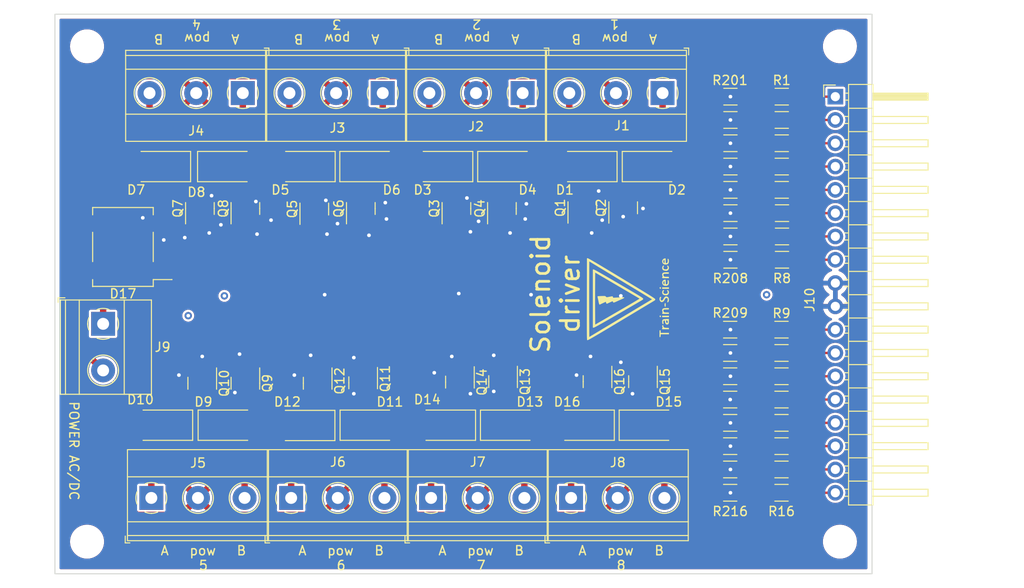
<source format=kicad_pcb>
(kicad_pcb (version 20211014) (generator pcbnew)
  (layers (0 "F.Cu" signal) (31 "B.Cu" signal) (34 "B.Paste" user) (35 "F.Paste" user) (36 "B.SilkS" user "B.Silkscreen") (37 "F.SilkS" user "F.Silkscreen") (38 "B.Mask" user) (39 "F.Mask" user) (44 "Edge.Cuts" user))
  (net 0 "")
  (net 1 "GND")
  (net 2 "pow")
  (net 3 "coil1R")
  (net 4 "coil1L")
  (net 5 "coil2L")
  (net 6 "coil2R")
  (net 7 "coil3L")
  (net 8 "coil3R")
  (net 9 "coil4L")
  (net 10 "coil4R")
  (net 11 "gate1L")
  (net 12 "gate1R")
  (net 13 "gate2L")
  (net 14 "gate2R")
  (net 15 "gate3L")
  (net 16 "gate3R")
  (net 17 "gate4R")
  (net 18 "gate4L")
  (net 19 "gate8R")
  (net 20 "gate8L")
  (net 21 "gate7R")
  (net 22 "gate7L")
  (net 23 "gate6R")
  (net 24 "gate6L")
  (net 25 "gate5R")
  (net 26 "gate5L")
  (net 27 "coil5R")
  (net 28 "coil5L")
  (net 29 "coil6R")
  (net 30 "coil6L")
  (net 31 "coil7R")
  (net 32 "coil7L")
  (net 33 "coil8R")
  (net 34 "coil8L")
  (net 35 "Net-(R2-Pad2)")
  (net 36 "Net-(Q2-Pad1)")
  (net 37 "Net-(R204-Pad2)")
  (net 38 "Net-(R203-Pad2)")
  (net 39 "Net-(R206-Pad2)")
  (net 40 "Net-(R205-Pad2)")
  (net 41 "Net-(R208-Pad2)")
  (net 42 "Net-(R207-Pad2)")
  (net 43 "Net-(R210-Pad2)")
  (net 44 "Net-(R209-Pad2)")
  (net 45 "Net-(R212-Pad2)")
  (net 46 "Net-(R211-Pad2)")
  (net 47 "Net-(R214-Pad2)")
  (net 48 "Net-(R213-Pad2)")
  (net 49 "Net-(R216-Pad2)")
  (net 50 "Net-(R215-Pad2)")
  (net 51 "Net-(J9-Pad1)")
  (net 52 "Net-(J9-Pad2)")
  (footprint "Resistor_SMD:R_1206_3216Metric_Pad1.30x1.75mm_HandSolder" (layer "F.Cu") (at 169.164 97.028 180)
    (fp_text reference "R2")
    (fp_text value "22R")
  )
  (footprint "Resistor_SMD:R_1206_3216Metric_Pad1.30x1.75mm_HandSolder" (layer "F.Cu") (at 163.55 137.668)
    (fp_text reference "R216")
    (fp_text value "10k")
  )
  (footprint "Package_TO_SOT_SMD:SOT-23" (layer "F.Cu") (at 110.744 106.68 90)
    (fp_text reference "Q8")
    (fp_text value "AO3400A")
  )
  (footprint "TerminalBlock_Phoenix:TerminalBlock_Phoenix_MKDS-1,5-3-5.08_1x03_P5.08mm_Horizontal" (layer "F.Cu") (at 115.73 138.231)
    (fp_text reference "J6")
    (fp_text value "coil")
  )
  (footprint "Resistor_SMD:R_1206_3216Metric_Pad1.30x1.75mm_HandSolder" (layer "F.Cu") (at 169.164 94.488 180)
    (fp_text reference "R1")
    (fp_text value "22R")
  )
  (footprint "Resistor_SMD:R_1206_3216Metric_Pad1.30x1.75mm_HandSolder" (layer "F.Cu") (at 163.576 97.028)
    (fp_text reference "R202")
    (fp_text value "10k")
  )
  (footprint "Package_TO_SOT_SMD:SOT-23" (layer "F.Cu") (at 106.045 125.73 -90)
    (fp_text reference "Q10")
    (fp_text value "AO3400A")
  )
  (footprint "Diode_SMD:Diode_Bridge_Diotec_SO-DIL-Slim" (layer "F.Cu") (at 97.409 110.871 180)
    (fp_text reference "D17")
    (fp_text value "D_Bridge_+-AA")
  )
  (footprint "Resistor_SMD:R_1206_3216Metric_Pad1.30x1.75mm_HandSolder" (layer "F.Cu") (at 169.138 135.128 180)
    (fp_text reference "R15")
    (fp_text value "22R")
  )
  (footprint "TerminalBlock_Phoenix:TerminalBlock_Phoenix_MKDS-1,5-2-5.08_1x02_P5.08mm_Horizontal" (layer "F.Cu") (at 95.25 119.253 -90)
    (fp_text reference "J9")
    (fp_text value "pow")
  )
  (footprint "Package_TO_SOT_SMD:SOT-23" (layer "F.Cu") (at 134.112 125.603 -90)
    (fp_text reference "Q14")
    (fp_text value "AO3400A")
  )
  (footprint "Diode_SMD:D_SMA" (layer "F.Cu") (at 101.6 130.302 180)
    (fp_text reference "D10")
    (fp_text value "D")
  )
  (footprint "Package_TO_SOT_SMD:SOT-23" (layer "F.Cu") (at 118.618 125.73 -90)
    (fp_text reference "Q12")
    (fp_text value "AO3400A")
  )
  (footprint "Resistor_SMD:R_1206_3216Metric_Pad1.30x1.75mm_HandSolder" (layer "F.Cu") (at 163.55 135.128)
    (fp_text reference "R215")
    (fp_text value "10k")
  )
  (footprint "Resistor_SMD:R_1206_3216Metric_Pad1.30x1.75mm_HandSolder" (layer "F.Cu") (at 169.19 107.188 180)
    (fp_text reference "R6")
    (fp_text value "22R")
  )
  (footprint "Package_TO_SOT_SMD:SOT-23" (layer "F.Cu") (at 138.811 125.5545 -90)
    (fp_text reference "Q13")
    (fp_text value "AO3400A")
  )
  (footprint "Resistor_SMD:R_1206_3216Metric_Pad1.30x1.75mm_HandSolder" (layer "F.Cu") (at 163.576 104.648)
    (fp_text reference "R205")
    (fp_text value "10k")
  )
  (footprint "Resistor_SMD:R_1206_3216Metric_Pad1.30x1.75mm_HandSolder" (layer "F.Cu") (at 169.164 104.648 180)
    (fp_text reference "R5")
    (fp_text value "22R")
  )
  (footprint "Resistor_SMD:R_1206_3216Metric_Pad1.30x1.75mm_HandSolder" (layer "F.Cu") (at 163.55 119.888)
    (fp_text reference "R209")
    (fp_text value "10k")
  )
  (footprint "MountingHole:MountingHole_3.2mm_M3" (layer "F.Cu") (at 175.5 89)
    (fp_text reference "REF**")
    (fp_text value "MountingHole_3.2mm_M3")
  )
  (footprint "Diode_SMD:D_SMA" (layer "F.Cu") (at 108.934 102.108)
    (fp_text reference "D8")
    (fp_text value "D")
  )
  (footprint "Diode_SMD:D_SMA" (layer "F.Cu") (at 139.748 130.302)
    (fp_text reference "D13")
    (fp_text value "D")
  )
  (footprint "Diode_SMD:D_SMA" (layer "F.Cu") (at 154.86 130.302)
    (fp_text reference "D15")
    (fp_text value "D")
  )
  (footprint "Diode_SMD:D_SMA" (layer "F.Cu") (at 101.378 102.108 180)
    (fp_text reference "D7")
    (fp_text value "D")
  )
  (footprint "Package_TO_SOT_SMD:SOT-23" (layer "F.Cu") (at 154.051 125.5545 -90)
    (fp_text reference "Q15")
    (fp_text value "AO3400A")
  )
  (footprint "Resistor_SMD:R_1206_3216Metric_Pad1.30x1.75mm_HandSolder" (layer "F.Cu") (at 163.576 107.188)
    (fp_text reference "R206")
    (fp_text value "10k")
  )
  (footprint "Diode_SMD:D_SMA" (layer "F.Cu") (at 124.46 130.302)
    (fp_text reference "D11")
    (fp_text value "D")
  )
  (footprint "MountingHole:MountingHole_3.2mm_M3" (layer "F.Cu") (at 93.5 143)
    (fp_text reference "REF**")
    (fp_text value "MountingHole_3.2mm_M3")
  )
  (footprint "Resistor_SMD:R_1206_3216Metric_Pad1.30x1.75mm_HandSolder" (layer "F.Cu") (at 163.576 94.488)
    (fp_text reference "R201")
    (fp_text value "10k")
  )
  (footprint "Resistor_SMD:R_1206_3216Metric_Pad1.30x1.75mm_HandSolder" (layer "F.Cu") (at 163.55 127.508)
    (fp_text reference "R212")
    (fp_text value "10k")
  )
  (footprint "TerminalBlock_Phoenix:TerminalBlock_Phoenix_MKDS-1,5-3-5.08_1x03_P5.08mm_Horizontal" (layer "F.Cu") (at 110.464 94.098 180)
    (fp_text reference "J4")
    (fp_text value "coil")
  )
  (footprint "Diode_SMD:D_SMA" (layer "F.Cu") (at 132.414 130.302 180)
    (fp_text reference "D14")
    (fp_text value "D")
  )
  (footprint "Package_TO_SOT_SMD:SOT-23" (layer "F.Cu") (at 138.684 106.68 90)
    (fp_text reference "Q4")
    (fp_text value "AO3400A")
  )
  (footprint "Connector_PinHeader_2.54mm:PinHeader_1x18_P2.54mm_Horizontal" (layer "F.Cu") (at 175 94.488)
    (fp_text reference "J10")
    (fp_text value "Conn_01x18_Male")
  )
  (footprint "Resistor_SMD:R_1206_3216Metric_Pad1.30x1.75mm_HandSolder" (layer "F.Cu") (at 169.138 124.968 180)
    (fp_text reference "R11")
    (fp_text value "22R")
  )
  (footprint "Package_TO_SOT_SMD:SOT-23" (layer "F.Cu") (at 105.791 106.68 90)
    (fp_text reference "Q7")
    (fp_text value "AO3400A")
  )
  (footprint "Package_TO_SOT_SMD:SOT-23" (layer "F.Cu") (at 118.2505 106.741 90)
    (fp_text reference "Q5")
    (fp_text value "AO3400A")
  )
  (footprint "Resistor_SMD:R_1206_3216Metric_Pad1.30x1.75mm_HandSolder" (layer "F.Cu") (at 163.55 132.588)
    (fp_text reference "R214")
    (fp_text value "10k")
  )
  (footprint "Resistor_SMD:R_1206_3216Metric_Pad1.30x1.75mm_HandSolder" (layer "F.Cu") (at 163.576 99.568)
    (fp_text reference "R203")
    (fp_text value "10k")
  )
  (footprint "Diode_SMD:D_SMA" (layer "F.Cu") (at 139.446 102.108)
    (fp_text reference "D4")
    (fp_text value "D")
  )
  (footprint "TerminalBlock_Phoenix:TerminalBlock_Phoenix_MKDS-1,5-3-5.08_1x03_P5.08mm_Horizontal" (layer "F.Cu") (at 130.97 138.231)
    (fp_text reference "J7")
    (fp_text value "coil")
  )
  (footprint "Resistor_SMD:R_1206_3216Metric_Pad1.30x1.75mm_HandSolder" (layer "F.Cu") (at 169.138 122.428 180)
    (fp_text reference "R10")
    (fp_text value "22R")
  )
  (footprint "Resistor_SMD:R_1206_3216Metric_Pad1.30x1.75mm_HandSolder" (layer "F.Cu") (at 163.576 109.728)
    (fp_text reference "R207")
    (fp_text value "10k")
  )
  (footprint "Resistor_SMD:R_1206_3216Metric_Pad1.30x1.75mm_HandSolder" (layer "F.Cu") (at 169.164 102.108 180)
    (fp_text reference "R4")
    (fp_text value "22R")
  )
  (footprint "Package_TO_SOT_SMD:SOT-23" (layer "F.Cu") (at 151.892 106.6015 90)
    (fp_text reference "Q2")
    (fp_text value "AO3400A")
  )
  (footprint "Resistor_SMD:R_1206_3216Metric_Pad1.30x1.75mm_HandSolder" (layer "F.Cu") (at 163.576 102.108)
    (fp_text reference "R204")
    (fp_text value "10k")
  )
  (footprint "Diode_SMD:D_SMA" (layer "F.Cu") (at 155.194 102.108)
    (fp_text reference "D2")
    (fp_text value "D")
  )
  (footprint "custom_kicad_lib_sk:Train-Science logo small" (layer "F.Cu") (at 152.5 116.5 90)
    (fp_text reference "G***" hide)
    (fp_text value "LOGO" hide)
  )
  (footprint "Diode_SMD:D_SMA" (layer "F.Cu") (at 124.428 102.108)
    (fp_text reference "D6")
    (fp_text value "D")
  )
  (footprint "TerminalBlock_Phoenix:TerminalBlock_Phoenix_MKDS-1,5-3-5.08_1x03_P5.08mm_Horizontal" (layer "F.Cu") (at 100.5 138.231)
    (fp_text reference "J5")
    (fp_text value "coil")
  )
  (footprint "Diode_SMD:D_SMA" (layer "F.Cu") (at 117.094 130.334 180)
    (fp_text reference "D12")
    (fp_text value "D")
  )
  (footprint "Diode_SMD:D_SMA" (layer "F.Cu") (at 132.112 102.108 180)
    (fp_text reference "D3")
    (fp_text value "D")
  )
  (footprint "TerminalBlock_Phoenix:TerminalBlock_Phoenix_MKDS-1,5-3-5.08_1x03_P5.08mm_Horizontal" (layer "F.Cu") (at 140.944 94.098 180)
    (fp_text reference "J2")
    (fp_text value "coil")
  )
  (footprint "Resistor_SMD:R_1206_3216Metric_Pad1.30x1.75mm_HandSolder" (layer "F.Cu") (at 169.19 112.268 180)
    (fp_text reference "R8")
    (fp_text value "22R")
  )
  (footprint "Resistor_SMD:R_1206_3216Metric_Pad1.30x1.75mm_HandSolder" (layer "F.Cu") (at 169.138 119.888 180)
    (fp_text reference "R9")
    (fp_text value "22R")
  )
  (footprint "Package_TO_SOT_SMD:SOT-23" (layer "F.Cu") (at 110.744 125.73 -90)
    (fp_text reference "Q9")
    (fp_text value "AO3400A")
  )
  (footprint "Resistor_SMD:R_1206_3216Metric_Pad1.30x1.75mm_HandSolder" (layer "F.Cu") (at 169.19 109.728 180)
    (fp_text reference "R7")
    (fp_text value "22R")
  )
  (footprint "Diode_SMD:D_SMA" (layer "F.Cu") (at 147.526 130.302 180)
    (fp_text reference "D16")
    (fp_text value "D")
  )
  (footprint "Package_TO_SOT_SMD:SOT-23" (layer "F.Cu") (at 147.442 106.6015 90)
    (fp_text reference "Q1")
    (fp_text value "AO3400A")
  )
  (footprint "Resistor_SMD:R_1206_3216Metric_Pad1.30x1.75mm_HandSolder" (layer "F.Cu") (at 163.576 112.268)
    (fp_text reference "R208")
    (fp_text value "10k")
  )
  (footprint "MountingHole:MountingHole_3.2mm_M3" (layer "F.Cu") (at 175.5 143)
    (fp_text reference "REF**")
    (fp_text value "MountingHole_3.2mm_M3")
  )
  (footprint "Package_TO_SOT_SMD:SOT-23" (layer "F.Cu") (at 123.571 125.6815 -90)
    (fp_text reference "Q11")
    (fp_text value "AO3400A")
  )
  (footprint "Package_TO_SOT_SMD:SOT-23" (layer "F.Cu") (at 149.098 125.5545 -90)
    (fp_text reference "Q16")
    (fp_text value "AO3400A")
  )
  (footprint "Package_TO_SOT_SMD:SOT-23" (layer "F.Cu") (at 123.317 106.68 90)
    (fp_text reference "Q6")
    (fp_text value "AO3400A")
  )
  (footprint "Resistor_SMD:R_1206_3216Metric_Pad1.30x1.75mm_HandSolder" (layer "F.Cu") (at 163.55 122.428)
    (fp_text reference "R210")
    (fp_text value "10k")
  )
  (footprint "Diode_SMD:D_SMA" (layer "F.Cu") (at 117.126 102.108 180)
    (fp_text reference "D5")
    (fp_text value "D")
  )
  (footprint "Resistor_SMD:R_1206_3216Metric_Pad1.30x1.75mm_HandSolder" (layer "F.Cu") (at 169.138 132.588 180)
    (fp_text reference "R14")
    (fp_text value "22R")
  )
  (footprint "Resistor_SMD:R_1206_3216Metric_Pad1.30x1.75mm_HandSolder" (layer "F.Cu") (at 163.55 124.968)
    (fp_text reference "R211")
    (fp_text value "10k")
  )
  (footprint "TerminalBlock_Phoenix:TerminalBlock_Phoenix_MKDS-1,5-3-5.08_1x03_P5.08mm_Horizontal" (layer "F.Cu") (at 125.704 94.098 180)
    (fp_text reference "J3")
    (fp_text value "coil")
  )
  (footprint "Resistor_SMD:R_1206_3216Metric_Pad1.30x1.75mm_HandSolder" (layer "F.Cu") (at 169.138 127.508 180)
    (fp_text reference "R12")
    (fp_text value "22R")
  )
  (footprint "TerminalBlock_Phoenix:TerminalBlock_Phoenix_MKDS-1,5-3-5.08_1x03_P5.08mm_Horizontal" (layer "F.Cu") (at 156.184 94.098 180)
    (fp_text reference "J1")
    (fp_text value "coil")
  )
  (footprint "TerminalBlock_Phoenix:TerminalBlock_Phoenix_MKDS-1,5-3-5.08_1x03_P5.08mm_Horizontal" (layer "F.Cu") (at 146.22 138.231)
    (fp_text reference "J8")
    (fp_text value "coil")
  )
  (footprint "Resistor_SMD:R_1206_3216Metric_Pad1.30x1.75mm_HandSolder" (layer "F.Cu") (at 169.138 130.048 180)
    (fp_text reference "R13")
    (fp_text value "22R")
  )
  (footprint "Package_TO_SOT_SMD:SOT-23" (layer "F.Cu") (at 133.731 106.68 90)
    (fp_text reference "Q3")
    (fp_text value "AO3400A")
  )
  (footprint "Resistor_SMD:R_1206_3216Metric_Pad1.30x1.75mm_HandSolder" (layer "F.Cu") (at 163.55 130.048)
    (fp_text reference "R213")
    (fp_text value "10k")
  )
  (footprint "Resistor_SMD:R_1206_3216Metric_Pad1.30x1.75mm_HandSolder" (layer "F.Cu") (at 169.138 137.668 180)
    (fp_text reference "R16")
    (fp_text value "22R")
  )
  (footprint "Diode_SMD:D_SMA" (layer "F.Cu") (at 147.828 102.108 180)
    (fp_text reference "D1")
    (fp_text value "D")
  )
  (footprint "Diode_SMD:D_SMA" (layer "F.Cu") (at 108.998 130.302)
    (fp_text reference "D9")
    (fp_text value "D")
  )
  (footprint "Resistor_SMD:R_1206_3216Metric_Pad1.30x1.75mm_HandSolder" (layer "F.Cu") (at 169.164 99.568 180)
    (fp_text reference "R3")
    (fp_text value "22R")
  )
  (footprint "MountingHole:MountingHole_3.2mm_M3" (layer "F.Cu") (at 93.5 89)
    (fp_text reference "REF**")
    (fp_text value "MountingHole_3.2mm_M3")
  )
  (gr_rect (start 90 85.5) (end 179 146.5) (layer "Edge.Cuts") (width 0.1) (fill none))
  (gr_text "A   pow   B\n2" (at 135.933 87.399 180) (layer "F.SilkS") (effects (font (size 1 1))))
  (gr_text "POWER AC/DC" (at 92.075 133.096 270) (layer "F.SilkS") (effects (font (size 1 1))))
  (gr_text "A   pow   B\n1" (at 150.933 87.399 180) (layer "F.SilkS") (effects (font (size 1 1))))
  (gr_text "A   pow   B\n7" (at 136.422 144.78) (layer "F.SilkS") (effects (font (size 1 1))))
  (gr_text "A   pow   B\n4" (at 105.433 87.399 180) (layer "F.SilkS") (effects (font (size 1 1))))
  (gr_text "A   pow   B\n6" (at 121.172 144.78) (layer "F.SilkS") (effects (font (size 1 1))))
  (gr_text "A   pow   B\n5" (at 106.172 144.78) (layer "F.SilkS") (effects (font (size 1 1))))
  (gr_text "A   pow   B\n3" (at 120.683 87.399 180) (layer "F.SilkS") (effects (font (size 1 1))))
  (gr_text "Solenoid\ndriver" (at 144.5 116 90) (layer "F.SilkS") (effects (font (size 2 2) (thickness 0.3))))
  (gr_text "A   pow   B\n8" (at 151.672 144.78) (layer "F.SilkS") (effects (font (size 1 1))))
  (via (at 167.513 116.078) (size 0.8) (drill 0.4) (layers "F.Cu" "B.Cu") (net 0))
  (via (at 104.521 118.364) (size 0.8) (drill 0.4) (layers "F.Cu" "B.Cu") (net 0))
  (via (at 108.458 116.205) (size 0.8) (drill 0.4) (layers "F.Cu" "B.Cu") (net 0))
  (segment (start 162 135.128) (end 163.576 135.128) (width 0.25) (layer "F.Cu") (net 1))
  (segment (start 162.026 102.108) (end 163.576 102.108) (width 0.25) (layer "F.Cu") (net 1))
  (segment (start 162.026 99.568) (end 163.576 99.568) (width 0.25) (layer "F.Cu") (net 1))
  (segment (start 163.492 127.508) (end 163.5 127.5) (width 0.25) (layer "F.Cu") (net 1))
  (segment (start 162.026 107.188) (end 163.576 107.188) (width 0.25) (layer "F.Cu") (net 1))
  (segment (start 162.026 94.488) (end 163.576 94.488) (width 0.25) (layer "F.Cu") (net 1))
  (segment (start 162.026 112.268) (end 163.576 112.268) (width 0.25) (layer "F.Cu") (net 1))
  (segment (start 162.026 97.028) (end 163.576 97.028) (width 0.25) (layer "F.Cu") (net 1))
  (segment (start 162 124.968) (end 163.576 124.968) (width 0.25) (layer "F.Cu") (net 1))
  (segment (start 162 122.428) (end 163.576 122.428) (width 0.25) (layer "F.Cu") (net 1))
  (segment (start 162.026 109.728) (end 163.576 109.728) (width 0.25) (layer "F.Cu") (net 1))
  (segment (start 162.026 104.648) (end 163.576 104.648) (width 0.25) (layer "F.Cu") (net 1))
  (segment (start 162 127.508) (end 163.492 127.508) (width 0.25) (layer "F.Cu") (net 1))
  (segment (start 162 132.588) (end 163.576 132.588) (width 0.25) (layer "F.Cu") (net 1))
  (segment (start 162 137.668) (end 163.576 137.668) (width 0.25) (layer "F.Cu") (net 1))
  (segment (start 162 130.048) (end 163.576 130.048) (width 0.25) (layer "F.Cu") (net 1))
  (segment (start 162 119.888) (end 163.576 119.888) (width 0.25) (layer "F.Cu") (net 1))
  (via (at 163.576 122.428) (size 0.8) (drill 0.4) (layers "F.Cu" "B.Cu") (net 1))
  (via (at 163.576 94.488) (size 0.8) (drill 0.4) (layers "F.Cu" "B.Cu") (net 1))
  (via (at 109.601 126.746) (size 0.8) (drill 0.4) (layers "F.Cu" "B.Cu") (net 1))
  (via (at 163.576 99.568) (size 0.8) (drill 0.4) (layers "F.Cu" "B.Cu") (net 1))
  (via (at 146.812 124.841) (size 0.8) (drill 0.4) (layers "F.Cu" "B.Cu") (net 1))
  (via (at 151.638 123.444) (size 0.8) (drill 0.4) (layers "F.Cu" "B.Cu") (net 1))
  (via (at 134.874 105.537) (size 0.8) (drill 0.4) (layers "F.Cu" "B.Cu") (net 1))
  (via (at 135.255 126.873) (size 0.8) (drill 0.4) (layers "F.Cu" "B.Cu") (net 1))
  (via (at 108.077 108.458) (size 0.8) (drill 0.4) (layers "F.Cu" "B.Cu") (net 1))
  (via (at 122.555 122.936) (size 0.8) (drill 0.4) (layers "F.Cu" "B.Cu") (net 1))
  (via (at 119.38 116.078) (size 0.8) (drill 0.4) (layers "F.Cu" "B.Cu") (net 1))
  (via (at 133.985 115.951) (size 0.8) (drill 0.4) (layers "F.Cu" "B.Cu") (net 1))
  (via (at 120.777 108.331) (size 0.8) (drill 0.4) (layers "F.Cu" "B.Cu") (net 1))
  (via (at 122.555 126.873) (size 0.8) (drill 0.4) (layers "F.Cu" "B.Cu") (net 1))
  (via (at 137.795 126.619) (size 0.8) (drill 0.4) (layers "F.Cu" "B.Cu") (net 1))
  (via (at 119.634 109.474) (size 0.8) (drill 0.4) (layers "F.Cu" "B.Cu") (net 1))
  (via (at 107.061 105.283) (size 0.8) (drill 0.4) (layers "F.Cu" "B.Cu") (net 1))
  (via (at 119.507 105.791) (size 0.8) (drill 0.4) (layers "F.Cu" "B.Cu") (net 1))
  (via (at 139.573 109.347) (size 0.8) (drill 0.4) (layers "F.Cu" "B.Cu") (net 1))
  (via (at 141.224 107.823) (size 0.8) (drill 0.4) (layers "F.Cu" "B.Cu") (net 1))
  (via (at 163.576 124.968) (size 0.8) (drill 0.4) (layers "F.Cu" "B.Cu") (net 1))
  (via (at 111.887 105.918) (size 0.8) (drill 0.4) (layers "F.Cu" "B.Cu") (net 1))
  (via (at 163.55 127.508) (size 0.8) (drill 0.4) (layers "F.Cu" "B.Cu") (net 1))
  (via (at 133.223 122.809) (size 0.8) (drill 0.4) (layers "F.Cu" "B.Cu") (net 1))
  (via (at 163.576 132.588) (size 0.8) (drill 0.4) (layers "F.Cu" "B.Cu") (net 1))
  (via (at 112.014 109.474) (size 0.8) (drill 0.4) (layers "F.Cu" "B.Cu") (net 1))
  (via (at 117.856 122.682) (size 0.8) (drill 0.4) (layers "F.Cu" "B.Cu") (net 1))
  (via (at 136.144 108.077) (size 0.8) (drill 0.4) (layers "F.Cu" "B.Cu") (net 1))
  (via (at 163.576 107.188) (size 0.8) (drill 0.4) (layers "F.Cu" "B.Cu") (net 1))
  (via (at 163.576 130.048) (size 0.8) (drill 0.4) (layers "F.Cu" "B.Cu") (net 1))
  (via (at 149.225 104.775) (size 0.8) (drill 0.4) (layers "F.Cu" "B.Cu") (net 1))
  (via (at 125.984 106.045) (size 0.8) (drill 0.4) (layers "F.Cu" "B.Cu") (net 1))
  (via (at 148.336 122.809) (size 0.8) (drill 0.4) (layers "F.Cu" "B.Cu") (net 1))
  (via (at 141.351 106.172) (size 0.8) (drill 0.4) (layers "F.Cu" "B.Cu") (net 1))
  (via (at 163.576 135.128) (size 0.8) (drill 0.4) (layers "F.Cu" "B.Cu") (net 1))
  (via (at 163.576 112.268) (size 0.8) (drill 0.4) (layers "F.Cu" "B.Cu") (net 1))
  (via (at 149.606 107.95) (size 0.8) (drill 0.4) (layers "F.Cu" "B.Cu") (net 1))
  (via (at 106.045 122.809) (size 0.8) (drill 0.4) (layers "F.Cu" "B.Cu") (net 1))
  (via (at 124.206 109.601) (size 0.8) (drill 0.4) (layers "F.Cu" "B.Cu") (net 1))
  (via (at 137.795 122.682) (size 0.8) (drill 0.4) (layers "F.Cu" "B.Cu") (net 1))
  (via (at 101.854 110.109) (size 0.8) (drill 0.4) (layers "F.Cu" "B.Cu") (net 1))
  (via (at 141.859 116.078) (size 0.8) (drill 0.4) (layers "F.Cu" "B.Cu") (net 1))
  (via (at 106.807 109.347) (size 0.8) (drill 0.4) (layers "F.Cu" "B.Cu") (net 1))
  (via (at 151.638 116.205) (size 0.8) (drill 0.4) (layers "F.Cu" "B.Cu") (net 1))
  (via (at 103.505 124.841) (size 0.8) (drill 0.4) (layers "F.Cu" "B.Cu") (net 1))
  (via (at 163.576 137.668) (size 0.8) (drill 0.4) (layers "F.Cu" "B.Cu") (net 1))
  (via (at 152.908 126.873) (size 0.8) (drill 0.4) (layers "F.Cu" "B.Cu") (net 1))
  (via (at 163.576 109.728) (size 0.8) (drill 0.4) (layers "F.Cu" "B.Cu") (net 1))
  (via (at 163.576 97.028) (size 0.8) (drill 0.4) (layers "F.Cu" "B.Cu") (net 1))
  (via (at 131.318 124.587) (size 0.8) (drill 0.4) (layers "F.Cu" "B.Cu") (net 1))
  (via (at 99.568 107.696) (size 0.8) (drill 0.4) (layers "F.Cu" "B.Cu") (net 1))
  (via (at 154.051 106.68) (size 0.8) (drill 0.4) (layers "F.Cu" "B.Cu") (net 1))
  (via (at 126.111 107.823) (size 0.8) (drill 0.4) (layers "F.Cu" "B.Cu") (net 1))
  (via (at 104.14 109.855) (size 0.8) (drill 0.4) (layers "F.Cu" "B.Cu") (net 1))
  (via (at 163.576 119.888) (size 0.8) (drill 0.4) (layers "F.Cu" "B.Cu") (net 1))
  (via (at 163.576 104.648) (size 0.8) (drill 0.4) (layers "F.Cu" "B.Cu") (net 1))
  (via (at 148.463 109.347) (size 0.8) (drill 0.4) (layers "F.Cu" "B.Cu") (net 1))
  (via (at 135.255 109.22) (size 0.8) (drill 0.4) (layers "F.Cu" "B.Cu") (net 1))
  (via (at 151.892 107.569) (size 0.8) (drill 0.4) (layers "F.Cu" "B.Cu") (net 1))
  (via (at 116.078 124.841) (size 0.8) (drill 0.4) (layers "F.Cu" "B.Cu") (net 1))
  (via (at 113.538 107.95) (size 0.8) (drill 0.4) (layers "F.Cu" "B.Cu") (net 1))
  (via (at 163.576 102.108) (size 0.8) (drill 0.4) (layers "F.Cu" "B.Cu") (net 1))
  (via (at 110.109 122.555) (size 0.8) (drill 0.4) (layers "F.Cu" "B.Cu") (net 1))
  (segment (start 107.233511 92.248489) (end 118.774489 92.248489) (width 0.7) (layer "F.Cu") (net 2))
  (segment (start 106.934 95.648) (end 105.384 94.098) (width 0.7) (layer "F.Cu") (net 2))
  (segment (start 99.521511 92.248489) (end 97.536 94.234) (width 0.7) (layer "F.Cu") (net 2))
  (segment (start 152.86 136.671) (end 151.3 138.231) (width 0.7) (layer "F.Cu") (net 2))
  (segment (start 103.534489 92.248489) (end 99.521511 92.248489) (width 0.7) (layer "F.Cu") (net 2))
  (segment (start 149.526 130.302) (end 149.526 136.457) (width 0.7) (layer "F.Cu") (net 2))
  (segment (start 119.094 136.515) (end 120.81 138.231) (width 0.7) (layer "F.Cu") (net 2))
  (segment (start 137.899511 140.080511) (end 136.05 138.231) (width 0.7) (layer "F.Cu") (net 2))
  (segment (start 134.014489 92.248489) (end 135.864 94.098) (width 0.7) (layer "F.Cu") (net 2))
  (segment (start 136.05 138.231) (end 134.200489 140.080511) (width 0.7) (layer "F.Cu") (net 2))
  (segment (start 135.864 94.098) (end 137.713511 92.248489) (width 0.7) (layer "F.Cu") (net 2))
  (segment (start 103.378 96.104) (end 105.384 94.098) (width 0.7) (layer "F.Cu") (net 2))
  (segment (start 134.112 95.85) (end 135.864 94.098) (width 0.7) (layer "F.Cu") (net 2))
  (segment (start 122.46 130.302) (end 122.46 136.581) (width 0.7) (layer "F.Cu") (net 2))
  (segment (start 149.450489 140.080511) (end 137.899511 140.080511) (width 0.7) (layer "F.Cu") (net 2))
  (segment (start 137.748 136.533) (end 136.05 138.231) (width 0.7) (layer "F.Cu") (net 2))
  (segment (start 97.536 109.178) (end 101.779 113.421) (width 0.7) (layer "F.Cu") (net 2))
  (segment (start 149.254489 92.248489) (end 151.104 94.098) (width 0.7) (layer "F.Cu") (net 2))
  (segment (start 107.429511 140.080511) (end 105.58 138.231) (width 0.7) (layer "F.Cu") (net 2))
  (segment (start 120.624 94.098) (end 122.473511 92.248489) (width 0.7) (layer "F.Cu") (net 2))
  (segment (start 149.526 136.457) (end 151.3 138.231) (width 0.7) (layer "F.Cu") (net 2))
  (segment (start 122.46 136.581) (end 120.81 138.231) (width 0.7) (layer "F.Cu") (net 2))
  (segment (start 97.536 94.234) (end 97.536 109.178) (width 0.7) (layer "F.Cu") (net 2))
  (segment (start 134.112 102.108) (end 134.112 95.85) (width 0.7) (layer "F.Cu") (net 2))
  (segment (start 98.932511 140.080511) (end 103.730489 140.080511) (width 0.7) (layer "F.Cu") (net 2))
  (segment (start 134.414 136.595) (end 136.05 138.231) (width 0.7) (layer "F.Cu") (net 2))
  (segment (start 134.200489 140.080511) (end 122.659511 140.080511) (width 0.7) (layer "F.Cu") (net 2))
  (segment (start 122.659511 140.080511) (end 120.81 138.231) (width 0.7) (layer "F.Cu") (net 2))
  (segment (start 153.194 102.108) (end 153.194 96.188) (width 0.7) (layer "F.Cu") (net 2))
  (segment (start 122.428 95.902) (end 120.624 94.098) (width 0.7) (layer "F.Cu") (net 2))
  (segment (start 119.126 95.596) (end 120.624 94.098) (width 0.7) (layer "F.Cu") (net 2))
  (segment (start 105.384 94.098) (end 103.534489 92.248489) (width 0.7) (layer "F.Cu") (net 2))
  (segment (start 97.282 138.43) (end 98.932511 140.080511) (width 0.7) (layer "F.Cu") (net 2))
  (segment (start 106.998 130.302) (end 106.998 136.813) (width 0.7) (layer "F.Cu") (net 2))
  (segment (start 101.779 113.421) (end 101.779 122.757) (width 0.7) (layer "F.Cu") (net 2))
  (segment (start 151.3 138.231) (end 149.450489 140.080511) (width 0.7) (layer "F.Cu") (net 2))
  (segment (start 118.774489 92.248489) (end 120.624 94.098) (width 0.7) (layer "F.Cu") (net 2))
  (segment (start 118.960489 140.080511) (end 107.429511 140.080511) (width 0.7) (layer "F.Cu") (net 2))
  (segment (start 137.713511 92.248489) (end 149.254489 92.248489) (width 0.7) (layer "F.Cu") (net 2))
  (segment (start 103.730489 140.080511) (end 105.58 138.231) (width 0.7) (layer "F.Cu") (net 2))
  (segment (start 152.86 130.302) (end 152.86 136.671) (width 0.7) (layer "F.Cu") (net 2))
  (segment (start 119.094 130.334) (end 119.094 136.515) (width 0.7) (layer "F.Cu") (net 2))
  (segment (start 122.473511 92.248489) (end 134.014489 92.248489) (width 0.7) (layer "F.Cu") (net 2))
  (segment (start 103.6 136.251) (end 105.58 138.231) (width 0.7) (layer "F.Cu") (net 2))
  (segment (start 120.81 138.231) (end 118.960489 140.080511) (width 0.7) (layer "F.Cu") (net 2))
  (segment (start 103.378 102.108) (end 103.378 96.104) (width 0.7) (layer "F.Cu") (net 2))
  (segment (start 122.428 102.108) (end 122.428 95.902) (width 0.7) (layer "F.Cu") (net 2))
  (segment (start 137.446 102.108) (end 137.446 95.68) (width 0.7) (layer "F.Cu") (net 2))
  (segment (start 134.414 130.302) (end 134.414 136.595) (width 0.7) (layer "F.Cu") (net 2))
  (segment (start 153.194 96.188) (end 151.104 94.098) (width 0.7) (layer "F.Cu") (net 2))
  (segment (start 137.748 130.302) (end 137.748 136.533) (width 0.7) (layer "F.Cu") (net 2))
  (segment (start 106.934 102.108) (end 106.934 95.648) (width 0.7) (layer "F.Cu") (net 2))
  (segment (start 149.828 102.108) (end 149.828 95.374) (width 0.7) (layer "F.Cu") (net 2))
  (segment (start 101.779 122.757) (end 97.282 127.254) (width 0.7) (layer "F.Cu") (net 2))
  (segment (start 106.998 136.813) (end 105.58 138.231) (width 0.7) (layer "F.Cu") (net 2))
  (segment (start 149.828 95.374) (end 151.104 94.098) (width 0.7) (layer "F.Cu") (net 2))
  (segment (start 119.126 102.108) (end 119.126 95.596) (width 0.7) (layer "F.Cu") (net 2))
  (segment (start 137.446 95.68) (end 135.864 94.098) (width 0.7) (layer "F.Cu") (net 2))
  (segment (start 97.282 127.254) (end 97.282 138.43) (width 0.7) (layer "F.Cu") (net 2))
  (segment (start 103.6 130.302) (end 103.6 136.251) (width 0.7) (layer "F.Cu") (net 2))
  (segment (start 105.384 94.098) (end 107.233511 92.248489) (width 0.7) (layer "F.Cu") (net 2))
  (segment (start 154.875 105.729) (end 152.019 105.729) (width 0.7) (layer "F.Cu") (net 3))
  (segment (start 157.194 103.41) (end 154.875 105.729) (width 0.7) (layer "F.Cu") (net 3))
  (segment (start 157.194 102.108) (end 157.194 99.282) (width 0.7) (layer "F.Cu") (net 3))
  (segment (start 156.184 98.272) (end 156.184 94.098) (width 0.7) (layer "F.Cu") (net 3))
  (segment (start 157.194 99.282) (end 156.184 98.272) (width 0.7) (layer "F.Cu") (net 3))
  (segment (start 157.194 102.108) (end 157.194 103.41) (width 0.7) (layer "F.Cu") (net 3))
  (segment (start 146.05 98.552) (end 146.024 98.526) (width 0.7) (layer "F.Cu") (net 4))
  (segment (start 145.828 104.172) (end 147.385 105.729) (width 0.7) (layer "F.Cu") (net 4))
  (segment (start 146.024 98.526) (end 146.024 94.098) (width 0.7) (layer "F.Cu") (net 4))
  (segment (start 145.828 102.108) (end 145.828 104.172) (width 0.7) (layer "F.Cu") (net 4))
  (segment (start 145.828 98.774) (end 146.05 98.552) (width 0.7) (layer "F.Cu") (net 4))
  (segment (start 145.828 102.108) (end 145.828 98.774) (width 0.7) (layer "F.Cu") (net 4))
  (segment (start 131.891 105.729) (end 133.7175 105.729) (width 0.7) (layer "F.Cu") (net 5))
  (segment (start 133.7175 105.729) (end 133.731 105.7425) (width 0.7) (layer "F.Cu") (net 5))
  (segment (start 130.784 98.578) (end 130.784 94.098) (width 0.7) (layer "F.Cu") (net 5))
  (segment (start 130.112 102.108) (end 130.112 103.95) (width 0.7) (layer "F.Cu") (net 5))
  (segment (start 130.112 103.95) (end 131.891 105.729) (width 0.7) (layer "F.Cu") (net 5))
  (segment (start 130.112 99.25) (end 130.784 98.578) (width 0.7) (layer "F.Cu") (net 5))
  (segment (start 130.112 102.108) (end 130.112 99.25) (width 0.7) (layer "F.Cu") (net 5))
  (segment (start 141.446 102.108) (end 141.446 103.918) (width 0.7) (layer "F.Cu") (net 6))
  (segment (start 141.446 102.108) (end 141.446 98.52) (width 0.7) (layer "F.Cu") (net 6))
  (segment (start 140.944 98.018) (end 140.944 94.098) (width 0.7) (layer "F.Cu") (net 6))
  (segment (start 139.6215 105.7425) (end 138.684 105.7425) (width 0.7) (layer "F.Cu") (net 6))
  (segment (start 141.446 98.52) (end 140.944 98.018) (width 0.7) (layer "F.Cu") (net 6))
  (segment (start 141.446 103.918) (end 139.6215 105.7425) (width 0.7) (layer "F.Cu") (net 6))
  (segment (start 115.126 98.996) (end 115.544 98.578) (width 0.7) (layer "F.Cu") (net 7))
  (segment (start 115.126 104.204) (end 116.651 105.729) (width 0.7) (layer "F.Cu") (net 7))
  (segment (start 115.544 98.578) (end 115.544 94.098) (width 0.7) (layer "F.Cu") (net 7))
  (segment (start 118.176 105.729) (end 118.2505 105.8035) (width 0.7) (layer "F.Cu") (net 7))
  (segment (start 115.126 102.108) (end 115.126 98.996) (width 0.7) (layer "F.Cu") (net 7))
  (segment (start 115.126 102.108) (end 115.126 104.204) (width 0.7) (layer "F.Cu") (net 7))
  (segment (start 116.651 105.729) (end 118.176 105.729) (width 0.7) (layer "F.Cu") (net 7))
  (segment (start 126.428 103.696) (end 124.3815 105.7425) (width 0.7) (layer "F.Cu") (net 8))
  (segment (start 126.428 102.108) (end 126.428 100.266) (width 0.7) (layer "F.Cu") (net 8))
  (segment (start 124.3815 105.7425) (end 123.317 105.7425) (width 0.7) (layer "F.Cu") (net 8))
  (segment (start 125.704 99.542) (end 125.704 94.098) (width 0.7) (layer "F.Cu") (net 8))
  (segment (start 126.428 102.108) (end 126.428 103.696) (width 0.7) (layer "F.Cu") (net 8))
  (segment (start 126.428 100.266) (end 125.704 99.542) (width 0.7) (layer "F.Cu") (net 8))
  (segment (start 101.6 105.664) (end 105.7125 105.664) (width 0.7) (layer "F.Cu") (net 9))
  (segment (start 99.378 102.108) (end 99.378 103.442) (width 0.7) (layer "F.Cu") (net 9))
  (segment (start 99.378 102.108) (end 99.378 99.25) (width 0.7) (layer "F.Cu") (net 9))
  (segment (start 105.7125 105.664) (end 105.791 105.7425) (width 0.7) (layer "F.Cu") (net 9))
  (segment (start 100.304 98.324) (end 100.304 94.098) (width 0.7) (layer "F.Cu") (net 9))
  (segment (start 99.378 99.25) (end 100.304 98.324) (width 0.7) (layer "F.Cu") (net 9))
  (segment (start 99.378 103.442) (end 101.6 105.664) (width 0.7) (layer "F.Cu") (net 9))
  (segment (start 110.744 105.664) (end 110.744 102.298) (width 0.7) (layer "F.Cu") (net 10))
  (segment (start 110.744 102.298) (end 110.934 102.108) (width 0.7) (layer "F.Cu") (net 10))
  (segment (start 110.464 98.018) (end 110.464 94.098) (width 0.7) (layer "F.Cu") (net 10))
  (segment (start 110.934 98.488) (end 110.464 98.018) (width 0.7) (layer "F.Cu") (net 10))
  (segment (start 110.934 102.108) (end 110.934 98.488) (width 0.7) (layer "F.Cu") (net 10))
  (segment (start 175 97.028) (end 170.714 97.028) (width 0.25) (layer "F.Cu") (net 11))
  (segment (start 170.714 94.488) (end 175 94.488) (width 0.25) (layer "F.Cu") (net 12))
  (segment (start 175 102.108) (end 170.714 102.108) (width 0.25) (layer "F.Cu") (net 13))
  (segment (start 170.714 99.568) (end 175 99.568) (width 0.25) (layer "F.Cu") (net 14))
  (segment (start 175 107.188) (end 170.74 107.188) (width 0.25) (layer "F.Cu") (net 15))
  (segment (start 170.714 104.648) (end 175 104.648) (width 0.25) (layer "F.Cu") (net 16))
  (segment (start 170.74 109.728) (end 175 109.728) (width 0.25) (layer "F.Cu") (net 17))
  (segment (start 175 112.268) (end 170.74 112.268) (width 0.25) (layer "F.Cu") (net 18))
  (segment (start 175 135.128) (end 170.688 135.128) (width 0.25) (layer "F.Cu") (net 19))
  (segment (start 170.688 137.668) (end 175 137.668) (width 0.25) (layer "F.Cu") (net 20))
  (segment (start 175 130.048) (end 170.688 130.048) (width 0.25) (layer "F.Cu") (net 21))
  (segment (start 170.688 132.588) (end 175 132.588) (width 0.25) (layer "F.Cu") (net 22))
  (segment (start 175 124.968) (end 170.688 124.968) (width 0.25) (layer "F.Cu") (net 23))
  (segment (start 170.688 127.508) (end 175 127.508) (width 0.25) (layer "F.Cu") (net 24))
  (segment (start 170.688 119.888) (end 175 119.888) (width 0.25) (layer "F.Cu") (net 25))
  (segment (start 175 122.428) (end 170.688 122.428) (width 0.25) (layer "F.Cu") (net 26))
  (segment (start 100.5 134.282) (end 99.6 133.382) (width 0.7) (layer "F.Cu") (net 27))
  (segment (start 99.6 127.984) (end 99.6 130.302) (width 0.7) (layer "F.Cu") (net 27))
  (segment (start 100.5 138.231) (end 100.5 134.282) (width 0.7) (layer "F.Cu") (net 27))
  (segment (start 100.838 126.746) (end 99.6 127.984) (width 0.7) (layer "F.Cu") (net 27))
  (segment (start 100.838 126.746) (end 105.9665 126.746) (width 0.7) (layer "F.Cu") (net 27))
  (segment (start 105.9665 126.746) (end 106.045 126.6675) (width 0.7) (layer "F.Cu") (net 27))
  (segment (start 99.6 133.382) (end 99.6 130.302) (width 0.7) (layer "F.Cu") (net 27))
  (segment (start 110.66 138.231) (end 110.66 135.72) (width 0.7) (layer "F.Cu") (net 28))
  (segment (start 110.998 130.302) (end 110.998 128.778) (width 0.7) (layer "F.Cu") (net 28))
  (segment (start 110.66 135.72) (end 110.998 135.382) (width 0.7) (layer "F.Cu") (net 28))
  (segment (start 110.744 128.524) (end 110.744 126.746) (width 0.7) (layer "F.Cu") (net 28))
  (segment (start 110.998 135.382) (end 110.998 130.302) (width 0.7) (layer "F.Cu") (net 28))
  (segment (start 110.998 128.778) (end 110.744 128.524) (width 0.7) (layer "F.Cu") (net 28))
  (segment (start 115.73 135.796) (end 115.094 135.16) (width 0.7) (layer "F.Cu") (net 29))
  (segment (start 115.094 130.334) (end 115.094 128.492) (width 0.7) (layer "F.Cu") (net 29))
  (segment (start 115.094 128.492) (end 116.84 126.746) (width 0.7) (layer "F.Cu") (net 29))
  (segment (start 115.094 135.16) (end 115.094 130.334) (width 0.7) (layer "F.Cu") (net 29))
  (segment (start 115.73 138.231) (end 115.73 135.796) (width 0.7) (layer "F.Cu") (net 29))
  (segment (start 116.84 126.746) (end 118.5395 126.746) (width 0.7) (layer "F.Cu") (net 29))
  (segment (start 118.5395 126.746) (end 118.618 126.6675) (width 0.7) (layer "F.Cu") (net 29))
  (segment (start 125.89 135.984) (end 126.46 135.414) (width 0.7) (layer "F.Cu") (net 30))
  (segment (start 126.46 135.414) (end 126.46 130.302) (width 0.7) (layer "F.Cu") (net 30))
  (segment (start 126.46 128.746) (end 124.46 126.746) (width 0.7) (layer "F.Cu") (net 30))
  (segment (start 124.46 126.746) (end 123.698 126.746) (width 0.7) (layer "F.Cu") (net 30))
  (segment (start 125.89 138.231) (end 125.89 135.984) (width 0.7) (layer "F.Cu") (net 30))
  (segment (start 126.46 130.302) (end 126.46 128.746) (width 0.7) (layer "F.Cu") (net 30))
  (segment (start 123.698 126.746) (end 123.571 126.619) (width 0.7) (layer "F.Cu") (net 30))
  (segment (start 131.637 126.681) (end 130.414 127.904) (width 0.7) (layer "F.Cu") (net 31))
  (segment (start 133.9715 126.681) (end 134.112 126.5405) (width 0.7) (layer "F.Cu") (net 31))
  (segment (start 130.414 134.986) (end 130.414 130.302) (width 0.7) (layer "F.Cu") (net 31))
  (segment (start 130.97 135.542) (end 130.414 134.986) (width 0.7) (layer "F.Cu") (net 31))
  (segment (start 130.97 138.231) (end 130.97 135.542) (width 0.7) (layer "F.Cu") (net 31))
  (segment (start 131.637 126.681) (end 133.9715 126.681) (width 0.7) (layer "F.Cu") (net 31))
  (segment (start 130.414 127.904) (end 130.414 130.302) (width 0.7) (layer "F.Cu") (net 31))
  (segment (start 140.462 126.492) (end 138.811 126.492) (width 0.7) (layer "F.Cu") (net 32))
  (segment (start 141.13 134.968) (end 141.748 134.35) (width 0.7) (layer "F.Cu") (net 32))
  (segment (start 141.13 138.231) (end 141.13 134.968) (width 0.7) (layer "F.Cu") (net 32))
  (segment (start 141.748 127.778) (end 140.462 126.492) (width 0.7) (layer "F.Cu") (net 32))
  (segment (start 141.748 134.35) (end 141.748 130.302) (width 0.7) (layer "F.Cu") (net 32))
  (segment (start 141.748 130.302) (end 141.748 127.778) (width 0.7) (layer "F.Cu") (net 32))
  (segment (start 146.22 135.298) (end 145.526 134.604) (width 0.7) (layer "F.Cu") (net 33))
  (segment (start 147.574 126.492) (end 149.098 126.492) (width 0.7) (layer "F.Cu") (net 33))
  (segment (start 145.526 134.604) (end 145.526 130.302) (width 0.7) (layer "F.Cu") (net 33))
  (segment (start 145.526 128.54) (end 147.574 126.492) (width 0.7) (layer "F.Cu") (net 33))
  (segment (start 146.22 138.231) (end 146.22 135.298) (width 0.7) (layer "F.Cu") (net 33))
  (segment (start 145.526 130.302) (end 145.526 128.54) (width 0.7) (layer "F.Cu") (net 33))
  (segment (start 156.86 135.494) (end 156.86 130.302) (width 0.7) (layer "F.Cu") (net 34))
  (segment (start 156.38 138.231) (end 156.38 135.974) (width 0.7) (layer "F.Cu") (net 34))
  (segment (start 156.38 135.974) (end 156.86 135.494) (width 0.7) (layer "F.Cu") (net 34))
  (segment (start 156.86 128.158) (end 155.194 126.492) (width 0.7) (layer "F.Cu") (net 34))
  (segment (start 156.86 130.302) (end 156.86 128.158) (width 0.7) (layer "F.Cu") (net 34))
  (segment (start 155.194 126.492) (end 154.051 126.492) (width 0.7) (layer "F.Cu") (net 34))
  (segment (start 165.126 97.028) (end 167.614 97.028) (width 0.25) (layer "F.Cu") (net 35))
  (segment (start 153.70548 111.97852) (end 152.11052 111.97852) (width 0.25) (layer "F.Cu") (net 35))
  (segment (start 146.492 109.408) (end 146.492 107.539) (width 0.25) (layer "F.Cu") (net 35))
  (segment (start 159.218031 99.353969) (end 159.218031 103.518709) (width 0.25) (layer "F.Cu") (net 35))
  (segment (start 149.06252 111.97852) (end 146.492 109.408) (width 0.25) (layer "F.Cu") (net 35))
  (segment (start 152.11052 111.97852) (end 149.06252 111.97852) (width 0.25) (layer "F.Cu") (net 35))
  (segment (start 154.22837 108.50837) (end 154.22837 111.45563) (width 0.25) (layer "F.Cu") (net 35))
  (segment (start 159.218031 103.518709) (end 154.22837 108.50837) (width 0.25) (layer "F.Cu") (net 35))
  (segment (start 152.11052 111.97852) (end 151.672448 111.97852) (width 0.25) (layer "F.Cu") (net 35))
  (segment (start 160.20352 98.36848) (end 159.218031 99.353969) (width 0.25) (layer "F.Cu") (net 35))
  (segment (start 163.78552 98.36848) (end 160.20352 98.36848) (width 0.25) (layer "F.Cu") (net 35))
  (segment (start 154.22837 111.45563) (end 153.70548 111.97852) (width 0.25) (layer "F.Cu") (net 35))
  (segment (start 165.126 97.028) (end 163.78552 98.36848) (width 0.25) (layer "F.Cu") (net 35))
  (segment (start 151.511 109.22) (end 150.942 108.651) (width 0.25) (layer "F.Cu") (net 36))
  (segment (start 158.768511 103.332511) (end 152.881022 109.22) (width 0.25) (layer "F.Cu") (net 36))
  (segment (start 158.768511 98.447996) (end 158.768511 103.332511) (width 0.25) (layer "F.Cu") (net 36))
  (segment (start 152.881022 109.22) (end 151.511 109.22) (width 0.25) (layer "F.Cu") (net 36))
  (segment (start 150.942 108.651) (end 150.942 107.539) (width 0.25) (layer "F.Cu") (net 36))
  (segment (start 167.614 94.488) (end 165.126 94.488) (width 0.25) (layer "F.Cu") (net 36))
  (segment (start 165.126 94.488) (end 163.78552 95.82848) (width 0.25) (layer "F.Cu") (net 36))
  (segment (start 163.78552 95.82848) (end 161.388027 95.82848) (width 0.25) (layer "F.Cu") (net 36))
  (segment (start 161.388027 95.82848) (end 158.768511 98.447996) (width 0.25) (layer "F.Cu") (net 36))
  (segment (start 154.077875 112.87756) (end 155.12741 111.828026) (width 0.25) (layer "F.Cu") (net 37))
  (segment (start 132.781 107.6175) (end 132.781 108.778) (width 0.25) (layer "F.Cu") (net 37))
  (segment (start 136.88056 112.87756) (end 137.64256 112.87756) (width 0.25) (layer "F.Cu") (net 37))
  (segment (start 165.126 102.108) (end 167.614 102.108) (width 0.25) (layer "F.Cu") (net 37))
  (segment (start 155.12741 108.880766) (end 160.630176 103.378) (width 0.25) (layer "F.Cu") (net 37))
  (segment (start 132.781 108.778) (end 136.88056 112.87756) (width 0.25) (layer "F.Cu") (net 37))
  (segment (start 163.856 103.378) (end 165.126 102.108) (width 0.25) (layer "F.Cu") (net 37))
  (segment (start 160.630176 103.378) (end 163.856 103.378) (width 0.25) (layer "F.Cu") (net 37))
  (segment (start 155.12741 111.828026) (end 155.12741 108.880766) (width 0.25) (layer "F.Cu") (net 37))
  (segment (start 137.64256 112.87756) (end 154.077875 112.87756) (width 0.25) (layer "F.Cu") (net 37))
  (segment (start 137.077488 112.87756) (end 137.64256 112.87756) (width 0.25) (layer "F.Cu") (net 37))
  (segment (start 138.33604 112.42804) (end 138.049 112.141) (width 0.25) (layer "F.Cu") (net 38))
  (segment (start 154.67789 108.694568) (end 154.67789 111.641828) (width 0.25) (layer "F.Cu") (net 38))
  (segment (start 137.734 111.826) (end 138.049 112.141) (width 0.25) (layer "F.Cu") (net 38))
  (segment (start 159.667551 103.704907) (end 154.67789 108.694568) (width 0.25) (layer "F.Cu") (net 38))
  (segment (start 167.614 99.568) (end 165.126 99.568) (width 0.25) (layer "F.Cu") (net 38))
  (segment (start 137.734 111.826) (end 137.734 107.6175) (width 0.25) (layer "F.Cu") (net 38))
  (segment (start 165.126 99.568) (end 163.78552 100.90848) (width 0.25) (layer "F.Cu") (net 38))
  (segment (start 153.891678 112.42804) (end 138.33604 112.42804) (width 0.25) (layer "F.Cu") (net 38))
  (segment (start 159.667551 101.444449) (end 159.667551 103.704907) (width 0.25) (layer "F.Cu") (net 38))
  (segment (start 154.67789 111.641828) (end 153.891678 112.42804) (width 0.25) (layer "F.Cu") (net 38))
  (segment (start 160.20352 100.90848) (end 159.667551 101.444449) (width 0.25) (layer "F.Cu") (net 38))
  (segment (start 138.049 112.141) (end 137.795 111.887) (width 0.25) (layer "F.Cu") (net 38))
  (segment (start 163.78552 100.90848) (end 160.20352 100.90848) (width 0.25) (layer "F.Cu") (net 38))
  (segment (start 165.126 107.188) (end 167.64 107.188) (width 0.25) (layer "F.Cu") (net 39))
  (segment (start 163.92648 108.38752) (end 165.126 107.188) (width 0.25) (layer "F.Cu") (net 39))
  (segment (start 117.3005 108.086572) (end 117.3005 107.6785) (width 0.25) (layer "F.Cu") (net 39))
  (segment (start 156.892092 108.38752) (end 163.92648 108.38752) (width 0.25) (layer "F.Cu") (net 39))
  (segment (start 117.3005 109.0455) (end 122.047 113.792) (width 0.25) (layer "F.Cu") (net 39))
  (segment (start 123.005928 113.792) (end 124.333 113.792) (width 0.25) (layer "F.Cu") (net 39))
  (segment (start 156.026449 109.253163) (end 156.892092 108.38752) (width 0.25) (layer "F.Cu") (net 39))
  (segment (start 124.333 113.792) (end 154.434871 113.792) (width 0.25) (layer "F.Cu") (net 39))
  (segment (start 156.026449 112.200422) (end 156.026449 109.253163) (width 0.25) (layer "F.Cu") (net 39))
  (segment (start 122.047 113.792) (end 124.333 113.792) (width 0.25) (layer "F.Cu") (net 39))
  (segment (start 154.434871 113.792) (end 156.026449 112.200422) (width 0.25) (layer "F.Cu") (net 39))
  (segment (start 117.3005 107.6785) (end 117.3005 109.0455) (width 0.25) (layer "F.Cu") (net 39))
  (segment (start 165.126 104.648) (end 163.92648 105.84752) (width 0.25) (layer "F.Cu") (net 40))
  (segment (start 163.92648 105.84752) (end 158.796374 105.84752) (width 0.25) (layer "F.Cu") (net 40))
  (segment (start 154.264072 113.32708) (end 123.74108 113.32708) (width 0.25) (layer "F.Cu") (net 40))
  (segment (start 123.2535 112.8395) (end 122.809 112.395) (width 0.25) (layer "F.Cu") (net 40))
  (segment (start 158.796374 105.84752) (end 155.57693 109.066964) (width 0.25) (layer "F.Cu") (net 40))
  (segment (start 155.576929 112.014224) (end 154.264072 113.32708) (width 0.25) (layer "F.Cu") (net 40))
  (segment (start 122.367 111.953) (end 123.2535 112.8395) (width 0.25) (layer "F.Cu") (net 40))
  (segment (start 122.367 107.6175) (end 122.367 111.953) (width 0.25) (layer "F.Cu") (net 40))
  (segment (start 123.74108 113.32708) (end 123.2535 112.8395) (width 0.25) (layer "F.Cu") (net 40))
  (segment (start 155.57693 109.066964) (end 155.576929 112.014224) (width 0.25) (layer "F.Cu") (net 40))
  (segment (start 167.614 104.648) (end 165.126 104.648) (width 0.25) (layer "F.Cu") (net 40))
  (segment (start 163.599847 113.794153) (end 155.704153 113.794153) (width 0.25) (layer "F.Cu") (net 41))
  (segment (start 104.841 107.6175) (end 104.841 108.651) (width 0.25) (layer "F.Cu") (net 41))
  (segment (start 165.126 112.268) (end 163.599847 113.794153) (width 0.25) (layer "F.Cu") (net 41))
  (segment (start 167.64 112.268) (end 165.126 112.268) (width 0.25) (layer "F.Cu") (net 41))
  (segment (start 112.65904 114.69104) (end 154.807266 114.69104) (width 0.25) (layer "F.Cu") (net 41))
  (segment (start 111.89704 114.69104) (end 112.65904 114.69104) (width 0.25) (layer "F.Cu") (net 41))
  (segment (start 110.88104 114.69104) (end 112.65904 114.69104) (width 0.25) (layer "F.Cu") (net 41))
  (segment (start 104.841 108.651) (end 110.88104 114.69104) (width 0.25) (layer "F.Cu") (net 41))
  (segment (start 154.807266 114.69104) (end 155.704153 113.794153) (width 0.25) (layer "F.Cu") (net 41))
  (segment (start 157.794109 111.06848) (end 154.621068 114.24152) (width 0.25) (layer "F.Cu") (net 42))
  (segment (start 109.794 107.6175) (end 109.794 109.794) (width 0.25) (layer "F.Cu") (net 42))
  (segment (start 112.4585 112.4585) (end 112.014 112.014) (width 0.25) (layer "F.Cu") (net 42))
  (segment (start 167.64 109.728) (end 165.126 109.728) (width 0.25) (layer "F.Cu") (net 42))
  (segment (start 114.24152 114.24152) (end 112.4585 112.4585) (width 0.25) (layer "F.Cu") (net 42))
  (segment (start 154.621068 114.24152) (end 114.24152 114.24152) (width 0.25) (layer "F.Cu") (net 42))
  (segment (start 109.794 109.794) (end 112.4585 112.4585) (width 0.25) (layer "F.Cu") (net 42))
  (segment (start 165.126 109.728) (end 163.78552 111.06848) (width 0.25) (layer "F.Cu") (net 42))
  (segment (start 163.78552 111.06848) (end 157.794109 111.06848) (width 0.25) (layer "F.Cu") (net 42))
  (segment (start 154.40478 117.6404) (end 157.92238 121.158) (width 0.25) (layer "F.Cu") (net 43))
  (segment (start 167.588 122.428) (end 165.1 122.428) (width 0.25) (layer "F.Cu") (net 43))
  (segment (start 163.83 121.158) (end 165.1 122.428) (width 0.25) (layer "F.Cu") (net 43))
  (segment (start 157.92238 121.158) (end 163.83 121.158) (width 0.25) (layer "F.Cu") (net 43))
  (segment (start 111.694 124.7925) (end 111.694 118.938) (width 0.25) (layer "F.Cu") (net 43))
  (segment (start 111.694 118.938) (end 112.9916 117.6404) (width 0.25) (layer "F.Cu") (net 43))
  (segment (start 112.9916 117.6404) (end 154.40478 117.6404) (width 0.25) (layer "F.Cu") (net 43))
  (segment (start 106.995 124.7925) (end 106.995 122.113) (width 0.25) (layer "F.Cu") (net 44))
  (segment (start 106.995 122.113) (end 108.966 120.142) (width 0.25) (layer "F.Cu") (net 44))
  (segment (start 108.204 120.904) (end 108.966 120.142) (width 0.25) (layer "F.Cu") (net 44))
  (segment (start 162.40288 117.19088) (end 165.1 119.888) (width 0.25) (layer "F.Cu") (net 44))
  (segment (start 111.91712 117.19088) (end 162.40288 117.19088) (width 0.25) (layer "F.Cu") (net 44))
  (segment (start 108.966 120.142) (end 111.91712 117.19088) (width 0.25) (layer "F.Cu") (net 44))
  (segment (start 165.1 119.888) (end 167.588 119.888) (width 0.25) (layer "F.Cu") (net 44))
  (segment (start 128.82644 118.56956) (end 124.521 122.875) (width 0.25) (layer "F.Cu") (net 45))
  (segment (start 154.032384 118.53944) (end 128.82644 118.53944) (width 0.25) (layer "F.Cu") (net 45))
  (segment (start 124.521 122.875) (end 124.521 124.744) (width 0.25) (layer "F.Cu") (net 45))
  (segment (start 160.29408 125.73) (end 160.29408 124.801137) (width 0.25) (layer "F.Cu") (net 45))
  (segment (start 160.87256 126.30848) (end 160.29408 125.73) (width 0.25) (layer "F.Cu") (net 45))
  (segment (start 167.588 127.508) (end 165.1 127.508) (width 0.25) (layer "F.Cu") (net 45))
  (segment (start 163.90048 126.30848) (end 160.87256 126.30848) (width 0.25) (layer "F.Cu") (net 45))
  (segment (start 165.1 127.508) (end 163.90048 126.30848) (width 0.25) (layer "F.Cu") (net 45))
  (segment (start 160.29408 124.801137) (end 154.032384 118.53944) (width 0.25) (layer "F.Cu") (net 45))
  (segment (start 128.82644 118.53944) (end 128.82644 118.56956) (width 0.25) (layer "F.Cu") (net 45))
  (segment (start 165.1 124.968) (end 167.588 124.968) (width 0.25) (layer "F.Cu") (net 46))
  (segment (start 120.590464 119.828464) (end 119.568 120.850928) (width 0.25) (layer "F.Cu") (net 46))
  (segment (start 159.826662 123.698) (end 163.83 123.698) (width 0.25) (layer "F.Cu") (net 46))
  (segment (start 163.83 123.698) (end 165.1 124.968) (width 0.25) (layer "F.Cu") (net 46))
  (segment (start 122.329008 118.08992) (end 154.218582 118.08992) (width 0.25) (layer "F.Cu") (net 46))
  (segment (start 154.218582 118.08992) (end 159.826662 123.698) (width 0.25) (layer "F.Cu") (net 46))
  (segment (start 119.568 120.850928) (end 119.568 124.7925) (width 0.25) (layer "F.Cu") (net 46))
  (segment (start 120.590464 119.828464) (end 122.329008 118.08992) (width 0.25) (layer "F.Cu") (net 46))
  (segment (start 167.588 132.588) (end 165.1 132.588) (width 0.25) (layer "F.Cu") (net 47))
  (segment (start 165.1 132.588) (end 163.75952 131.24752) (width 0.25) (layer "F.Cu") (net 47))
  (segment (start 142.67948 119.43848) (end 142.56252 119.43848) (width 0.25) (layer "F.Cu") (net 47))
  (segment (start 139.761 122.24) (end 139.761 124.617) (width 0.25) (layer "F.Cu") (net 47))
  (segment (start 153.659987 119.43848) (end 142.67948 119.43848) (width 0.25) (layer "F.Cu") (net 47))
  (segment (start 142.56252 119.43848) (end 139.761 122.24) (width 0.25) (layer "F.Cu") (net 47))
  (segment (start 163.75952 131.24752) (end 160.20352 131.24752) (width 0.25) (layer "F.Cu") (net 47))
  (segment (start 159.39504 130.43904) (end 159.39504 125.173532) (width 0.25) (layer "F.Cu") (net 47))
  (segment (start 160.20352 131.24752) (end 159.39504 130.43904) (width 0.25) (layer "F.Cu") (net 47))
  (segment (start 159.39504 125.173532) (end 153.659987 119.43848) (width 0.25) (layer "F.Cu") (net 47))
  (segment (start 163.83 128.778) (end 165.1 130.048) (width 0.25) (layer "F.Cu") (net 48))
  (segment (start 135.001 124.6045) (end 135.062 124.6655) (width 0.25) (layer "F.Cu") (net 48))
  (segment (start 160.528 128.778) (end 163.83 128.778) (width 0.25) (layer "F.Cu") (net 48))
  (segment (start 138.69404 118.98896) (end 135.001 122.682) (width 0.25) (layer "F.Cu") (net 48))
  (segment (start 135.001 122.682) (end 135.001 124.6045) (width 0.25) (layer "F.Cu") (net 48))
  (segment (start 159.84456 124.987335) (end 159.84456 128.09456) (width 0.25) (layer "F.Cu") (net 48))
  (segment (start 153.846184 118.98896) (end 153.983225 119.126) (width 0.25) (layer "F.Cu") (net 48))
  (segment (start 141.23404 118.98896) (end 138.69404 118.98896) (width 0.25) (layer "F.Cu") (net 48))
  (segment (start 165.1 130.048) (end 167.588 130.048) (width 0.25) (layer "F.Cu") (net 48))
  (segment (start 141.23404 118.98896) (end 153.846184 118.98896) (width 0.25) (layer "F.Cu") (net 48))
  (segment (start 153.983225 119.126) (end 159.84456 124.987335) (width 0.25) (layer "F.Cu") (net 48))
  (segment (start 159.84456 128.09456) (end 160.528 128.778) (width 0.25) (layer "F.Cu") (net 48))
  (segment (start 158.496 126.238) (end 158.496 125.984) (width 0.25) (layer "F.Cu") (net 49))
  (segment (start 158.496 125.545928) (end 157.826036 124.875964) (width 0.25) (layer "F.Cu") (net 49))
  (segment (start 158.496 133.461493) (end 158.496 126.238) (width 0.25) (layer "F.Cu") (net 49))
  (segment (start 158.496 126.238) (end 158.496 125.545928) (width 0.25) (layer "F.Cu") (net 49))
  (segment (start 155.001 124.617) (end 157.567072 124.617) (width 0.25) (layer "F.Cu") (net 49))
  (segment (start 157.567072 124.617) (end 157.826036 124.875964) (width 0.25) (layer "F.Cu") (net 49))
  (segment (start 167.588 137.668) (end 165.1 137.668) (width 0.25) (layer "F.Cu") (net 49))
  (segment (start 165.1 137.668) (end 163.75952 136.32752) (width 0.25) (layer "F.Cu") (net 49))
  (segment (start 161.362027 136.32752) (end 158.496 133.461493) (width 0.25) (layer "F.Cu") (net 49))
  (segment (start 163.75952 136.32752) (end 161.362027 136.32752) (width 0.25) (layer "F.Cu") (net 49))
  (segment (start 150.622 122.682) (end 149.987 123.317) (width 0.25) (layer "F.Cu") (net 50))
  (segment (start 158.94552 125.35973) (end 156.365895 122.780105) (width 0.25) (layer "F.Cu") (net 50))
  (segment (start 149.987 123.317) (end 149.987 124.556) (width 0.25) (layer "F.Cu") (net 50))
  (segment (start 156.365895 122.780105) (end 156.26779 122.682) (width 0.25) (layer "F.Cu") (net 50))
  (segment (start 163.75952 133.78752) (end 159.69552 133.78752) (width 0.25) (layer "F.Cu") (net 50))
  (segment (start 165.1 135.128) (end 167.588 135.128) (width 0.25) (layer "F.Cu") (net 50))
  (segment (start 159.69552 133.78752) (end 158.94552 133.03752) (width 0.25) (layer "F.Cu") (net 50))
  (segment (start 158.94552 133.03752) (end 158.94552 125.35973) (width 0.25) (layer "F.Cu") (net 50))
  (segment (start 156.26779 122.682) (end 150.622 122.682) (width 0.25) (layer "F.Cu") (net 50))
  (segment (start 149.987 124.556) (end 150.048 124.617) (width 0.25) (layer "F.Cu") (net 50))
  (segment (start 165.1 135.128) (end 163.75952 133.78752) (width 0.25) (layer "F.Cu") (net 50))
  (segment (start 95.25 110.532) (end 93.039 108.321) (width 0.7) (layer "F.Cu") (net 51))
  (segment (start 95.25 119.253) (end 95.25 110.532) (width 0.7) (layer "F.Cu") (net 51))
  (segment (start 95.25 124.333) (end 93.039 122.122) (width 0.7) (layer "F.Cu") (net 52))
  (segment (start 93.039 122.122) (end 93.039 113.421) (width 0.7) (layer "F.Cu") (net 52))
  (zone (net 1) (net_name "GND") (layers F&B.Cu) (connect_pads (clearance 0.254)) (min_thickness 0.254) (fill yes (thermal_gap 0.508) (thermal_bridge_width 0.508))
    (polygon (pts (xy 178.5 146) (xy 90.5 146) (xy 90.5 86) (xy 178.5 86)))
  )
)
</source>
